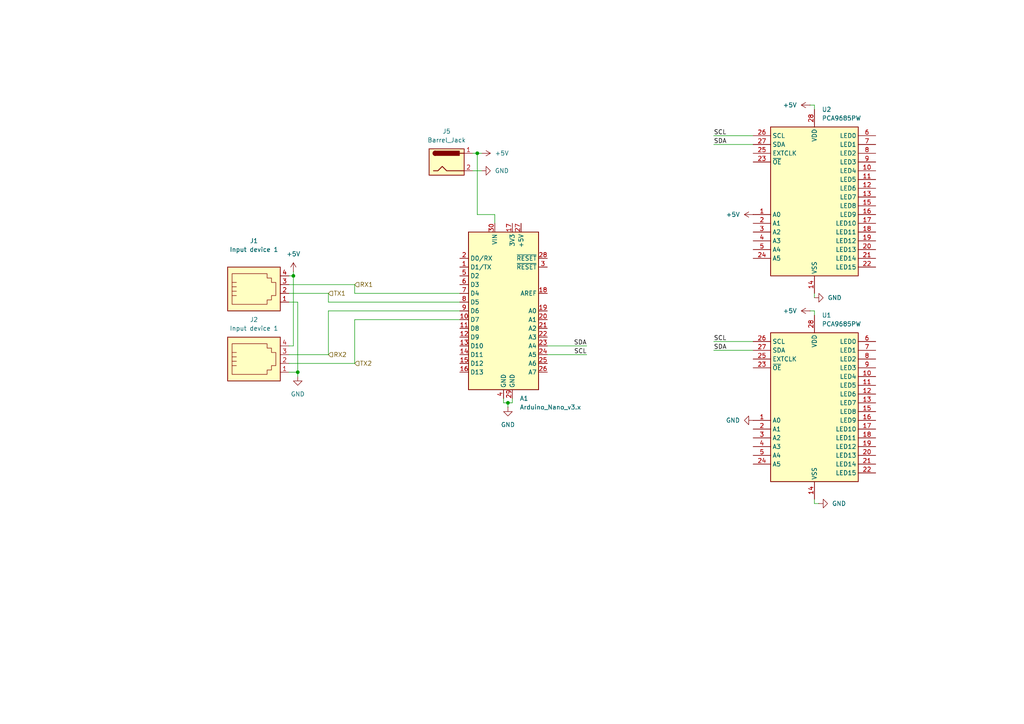
<source format=kicad_sch>
(kicad_sch (version 20250114) (generator "eeschema") (generator_version "9.0")
  (paper "A4")
  (lib_symbols
    (symbol "Connector:Barrel_Jack" (pin_names (offset 1.016))
      (property "Reference" "J" (at 0 5.334 0))
      (property "Value" "Barrel_Jack" (at 0 -5.08 0))
      (symbol "Barrel_Jack_0_1"
        (rectangle (start -5.08 3.81) (end 5.08 -3.81) (stroke (width 0.254)) (fill (type background)))
        (polyline (pts (xy -3.81 -2.54) (xy -2.54 -2.54) (xy -1.27 -1.27) (xy 0 -2.54) (xy 2.54 -2.54) (xy 5.08 -2.54)) (stroke (width 0.254)))
        (arc (start -3.302 1.905) (mid -3.9343 2.54) (end -3.302 3.175) (stroke (width 0.254)))
        (arc (start -3.302 1.905) (mid -3.9343 2.54) (end -3.302 3.175) (stroke (width 0.254)) (fill (type outline)))
        (rectangle (start 3.683 3.175) (end -3.302 1.905) (stroke (width 0.254)) (fill (type outline)))
        (polyline (pts (xy 5.08 2.54) (xy 3.81 2.54)) (stroke (width 0.254)))
      )
      (symbol "Barrel_Jack_1_1"
        (pin passive line (at 7.62 2.54 180) (length 2.54) (name "~") (number "1"))
        (pin passive line (at 7.62 -2.54 180) (length 2.54) (name "~") (number "2"))
      )
    )
    (symbol "Connector:RJ9" (pin_names (offset 1.016))
      (property "Reference" "J" (at -5.08 8.89 0))
      (property "Value" "RJ9" (at 2.54 8.89 0))
      (symbol "RJ9_0_1"
        (polyline (pts (xy -6.35 3.175) (xy -5.08 3.175) (xy -5.08 3.175)))
        (polyline (pts (xy -6.35 1.905) (xy -5.08 1.905) (xy -5.08 1.905)))
        (polyline (pts (xy -6.35 0.635) (xy -5.08 0.635) (xy -5.08 0.635)))
        (polyline (pts (xy -6.35 -0.635) (xy -5.08 -0.635) (xy -5.08 -0.635)))
        (polyline (pts (xy -6.35 -3.175) (xy -6.35 5.715) (xy -1.27 5.715) (xy 3.81 5.715) (xy 3.81 4.445) (xy 5.08 4.445) (xy 5.08 3.175) (xy 6.35 3.175) (xy 6.35 -0.635) (xy 5.08 -0.635) (xy 5.08 -1.905) (xy 3.81 -1.905) (xy 3.81 -3.175) (xy -6.35 -3.175) (xy -6.35 -3.175)))
        (rectangle (start 7.62 7.62) (end -7.62 -5.08) (stroke (width 0.254)) (fill (type background)))
      )
      (symbol "RJ9_1_1"
        (pin passive line (at 10.16 5.08 180) (length 2.54) (name "~") (number "4"))
        (pin passive line (at 10.16 2.54 180) (length 2.54) (name "~") (number "3"))
        (pin passive line (at 10.16 0 180) (length 2.54) (name "~") (number "2"))
        (pin passive line (at 10.16 -2.54 180) (length 2.54) (name "~") (number "1"))
      )
    )
    (symbol "Driver_LED:PCA9685PW"
      (property "Reference" "U" (at -12.7 22.225 0))
      (property "Value" "PCA9685PW" (at 1.27 22.225 0))
      (symbol "PCA9685PW_0_1"
        (rectangle (start -12.7 20.32) (end 12.7 -22.86) (stroke (width 0.254)) (fill (type background)))
      )
      (symbol "PCA9685PW_1_1"
        (pin input line (at -17.78 17.78 0) (length 5.08) (name "SCL") (number "26"))
        (pin bidirectional line (at -17.78 15.24 0) (length 5.08) (name "SDA") (number "27"))
        (pin input line (at -17.78 12.7 0) (length 5.08) (name "EXTCLK") (number "25"))
        (pin input line (at -17.78 10.16 0) (length 5.08) (name "~{OE}") (number "23"))
        (pin input line (at -17.78 -5.08 0) (length 5.08) (name "A0") (number "1"))
        (pin input line (at -17.78 -7.62 0) (length 5.08) (name "A1") (number "2"))
        (pin input line (at -17.78 -10.16 0) (length 5.08) (name "A2") (number "3"))
        (pin input line (at -17.78 -12.7 0) (length 5.08) (name "A3") (number "4"))
        (pin input line (at -17.78 -15.24 0) (length 5.08) (name "A4") (number "5"))
        (pin input line (at -17.78 -17.78 0) (length 5.08) (name "A5") (number "24"))
        (pin power_in line (at 0 25.4 270) (length 5.08) (name "VDD") (number "28"))
        (pin power_in line (at 0 -27.94 90) (length 5.08) (name "VSS") (number "14"))
        (pin output line (at 17.78 17.78 180) (length 5.08) (name "LED0") (number "6"))
        (pin output line (at 17.78 15.24 180) (length 5.08) (name "LED1") (number "7"))
        (pin output line (at 17.78 12.7 180) (length 5.08) (name "LED2") (number "8"))
        (pin output line (at 17.78 10.16 180) (length 5.08) (name "LED3") (number "9"))
        (pin output line (at 17.78 7.62 180) (length 5.08) (name "LED4") (number "10"))
        (pin output line (at 17.78 5.08 180) (length 5.08) (name "LED5") (number "11"))
        (pin output line (at 17.78 2.54 180) (length 5.08) (name "LED6") (number "12"))
        (pin output line (at 17.78 0 180) (length 5.08) (name "LED7") (number "13"))
        (pin output line (at 17.78 -2.54 180) (length 5.08) (name "LED8") (number "15"))
        (pin output line (at 17.78 -5.08 180) (length 5.08) (name "LED9") (number "16"))
        (pin output line (at 17.78 -7.62 180) (length 5.08) (name "LED10") (number "17"))
        (pin output line (at 17.78 -10.16 180) (length 5.08) (name "LED11") (number "18"))
        (pin output line (at 17.78 -12.7 180) (length 5.08) (name "LED12") (number "19"))
        (pin output line (at 17.78 -15.24 180) (length 5.08) (name "LED13") (number "20"))
        (pin output line (at 17.78 -17.78 180) (length 5.08) (name "LED14") (number "21"))
        (pin output line (at 17.78 -20.32 180) (length 5.08) (name "LED15") (number "22"))
      )
    )
    (symbol "MCU_Module:Arduino_Nano_v3.x"
      (property "Reference" "A" (at -10.16 23.495 0))
      (property "Value" "Arduino_Nano_v3.x" (at 5.08 -24.13 0))
      (symbol "Arduino_Nano_v3.x_0_1"
        (rectangle (start -10.16 22.86) (end 10.16 -22.86) (stroke (width 0.254)) (fill (type background)))
      )
      (symbol "Arduino_Nano_v3.x_1_1"
        (pin bidirectional line (at -12.7 15.24 0) (length 2.54) (name "D0/RX") (number "2"))
        (pin bidirectional line (at -12.7 12.7 0) (length 2.54) (name "D1/TX") (number "1"))
        (pin bidirectional line (at -12.7 10.16 0) (length 2.54) (name "D2") (number "5"))
        (pin bidirectional line (at -12.7 7.62 0) (length 2.54) (name "D3") (number "6"))
        (pin bidirectional line (at -12.7 5.08 0) (length 2.54) (name "D4") (number "7"))
        (pin bidirectional line (at -12.7 2.54 0) (length 2.54) (name "D5") (number "8"))
        (pin bidirectional line (at -12.7 0 0) (length 2.54) (name "D6") (number "9"))
        (pin bidirectional line (at -12.7 -2.54 0) (length 2.54) (name "D7") (number "10"))
        (pin bidirectional line (at -12.7 -5.08 0) (length 2.54) (name "D8") (number "11"))
        (pin bidirectional line (at -12.7 -7.62 0) (length 2.54) (name "D9") (number "12"))
        (pin bidirectional line (at -12.7 -10.16 0) (length 2.54) (name "D10") (number "13"))
        (pin bidirectional line (at -12.7 -12.7 0) (length 2.54) (name "D11") (number "14"))
        (pin bidirectional line (at -12.7 -15.24 0) (length 2.54) (name "D12") (number "15"))
        (pin bidirectional line (at -12.7 -17.78 0) (length 2.54) (name "D13") (number "16"))
        (pin power_in line (at -2.54 25.4 270) (length 2.54) (name "VIN") (number "30"))
        (pin power_in line (at 0 -25.4 90) (length 2.54) (name "GND") (number "4"))
        (pin power_out line (at 2.54 25.4 270) (length 2.54) (name "3V3") (number "17"))
        (pin power_in line (at 2.54 -25.4 90) (length 2.54) (name "GND") (number "29"))
        (pin power_out line (at 5.08 25.4 270) (length 2.54) (name "+5V") (number "27"))
        (pin input line (at 12.7 15.24 180) (length 2.54) (name "~{RESET}") (number "28"))
        (pin input line (at 12.7 12.7 180) (length 2.54) (name "~{RESET}") (number "3"))
        (pin input line (at 12.7 5.08 180) (length 2.54) (name "AREF") (number "18"))
        (pin bidirectional line (at 12.7 0 180) (length 2.54) (name "A0") (number "19"))
        (pin bidirectional line (at 12.7 -2.54 180) (length 2.54) (name "A1") (number "20"))
        (pin bidirectional line (at 12.7 -5.08 180) (length 2.54) (name "A2") (number "21"))
        (pin bidirectional line (at 12.7 -7.62 180) (length 2.54) (name "A3") (number "22"))
        (pin bidirectional line (at 12.7 -10.16 180) (length 2.54) (name "A4") (number "23"))
        (pin bidirectional line (at 12.7 -12.7 180) (length 2.54) (name "A5") (number "24"))
        (pin bidirectional line (at 12.7 -15.24 180) (length 2.54) (name "A6") (number "25"))
        (pin bidirectional line (at 12.7 -17.78 180) (length 2.54) (name "A7") (number "26"))
      )
    )
    (symbol "power:+5V" (power) (pin_numbers (hide yes)) (pin_names (offset 0) (hide yes))
      (property "Value" "+5V" (at 0 3.556 0))
      (symbol "+5V_0_1"
        (polyline (pts (xy -0.762 1.27) (xy 0 2.54)))
        (polyline (pts (xy 0 2.54) (xy 0.762 1.27)))
        (polyline (pts (xy 0 0) (xy 0 2.54)))
      )
      (symbol "+5V_1_1"
        (pin power_in line (at 0 0 90) (length 0) (name "~") (number "1"))
      )
    )
    (symbol "power:GND" (power) (pin_numbers (hide yes)) (pin_names (offset 0) (hide yes))
      (property "Value" "GND" (at 0 -3.81 0))
      (symbol "GND_0_1"
        (polyline (pts (xy 0 0) (xy 0 -1.27) (xy 1.27 -1.27) (xy 0 -2.54) (xy -1.27 -1.27) (xy 0 -1.27)))
      )
      (symbol "GND_1_1"
        (pin power_in line (at 0 0 270) (length 0) (name "~") (number "1"))
      )
    )
  )
  (junction (at 147.32 116.84))
  (junction (at 138.43 44.45))
  (junction (at 86.36 107.95))
  (junction (at 85.09 80.01))
  (wire (pts (xy 146.05 116.84) (xy 146.05 115.57)))
  (wire (pts (xy 83.82 107.95) (xy 86.36 107.95)))
  (wire (pts (xy 95.25 87.63) (xy 133.35 87.63)))
  (wire (pts (xy 237.49 146.05) (xy 236.22 146.05)))
  (wire (pts (xy 236.22 91.44) (xy 236.22 90.17)))
  (wire (pts (xy 86.36 87.63) (xy 86.36 107.95)))
  (wire (pts (xy 83.82 87.63) (xy 86.36 87.63)))
  (wire (pts (xy 147.32 118.11) (xy 147.32 116.84)))
  (wire (pts (xy 86.36 107.95) (xy 86.36 109.22)))
  (wire (pts (xy 83.82 85.09) (xy 95.25 85.09)))
  (wire (pts (xy 85.09 100.33) (xy 83.82 100.33)))
  (wire (pts (xy 236.22 146.05) (xy 236.22 144.78)))
  (wire (pts (xy 95.25 102.87) (xy 95.25 90.17)))
  (wire (pts (xy 95.25 85.09) (xy 95.25 87.63)))
  (wire (pts (xy 236.22 30.48) (xy 236.22 31.75)))
  (wire (pts (xy 85.09 78.74) (xy 85.09 80.01)))
  (wire (pts (xy 147.32 116.84) (xy 148.59 116.84)))
  (wire (pts (xy 138.43 44.45) (xy 138.43 62.23)))
  (wire (pts (xy 236.22 86.36) (xy 236.22 85.09)))
  (wire (pts (xy 83.82 105.41) (xy 102.87 105.41)))
  (wire (pts (xy 138.43 44.45) (xy 139.7 44.45)))
  (wire (pts (xy 95.25 90.17) (xy 133.35 90.17)))
  (wire (pts (xy 85.09 80.01) (xy 83.82 80.01)))
  (wire (pts (xy 218.44 41.91) (xy 207.01 41.91)))
  (wire (pts (xy 148.59 116.84) (xy 148.59 115.57)))
  (wire (pts (xy 218.44 39.37) (xy 207.01 39.37)))
  (wire (pts (xy 85.09 80.01) (xy 85.09 100.33)))
  (wire (pts (xy 137.16 44.45) (xy 138.43 44.45)))
  (wire (pts (xy 236.22 90.17) (xy 234.95 90.17)))
  (wire (pts (xy 102.87 82.55) (xy 102.87 85.09)))
  (wire (pts (xy 234.95 30.48) (xy 236.22 30.48)))
  (wire (pts (xy 102.87 85.09) (xy 133.35 85.09)))
  (wire (pts (xy 138.43 62.23) (xy 143.51 62.23)))
  (wire (pts (xy 158.75 100.33) (xy 170.18 100.33)))
  (wire (pts (xy 137.16 49.53) (xy 139.7 49.53)))
  (wire (pts (xy 218.44 101.6) (xy 207.01 101.6)))
  (wire (pts (xy 102.87 92.71) (xy 133.35 92.71)))
  (wire (pts (xy 143.51 62.23) (xy 143.51 64.77)))
  (wire (pts (xy 102.87 92.71) (xy 102.87 105.41)))
  (wire (pts (xy 83.82 102.87) (xy 95.25 102.87)))
  (wire (pts (xy 218.44 99.06) (xy 207.01 99.06)))
  (wire (pts (xy 147.32 116.84) (xy 146.05 116.84)))
  (wire (pts (xy 83.82 82.55) (xy 102.87 82.55)))
  (wire (pts (xy 158.75 102.87) (xy 170.18 102.87)))
  (label "SDA" (at 207.01 101.6 0))
  (label "SCL" (at 207.01 99.06 0))
  (label "SDA" (at 170.18 100.33 180))
  (label "SCL" (at 170.18 102.87 180))
  (label "SDA" (at 207.01 41.91 0))
  (label "SCL" (at 207.01 39.37 0))
  (hierarchical_label "RX2" (shape input) (at 95.25 102.87 0))
  (hierarchical_label "RX1" (shape input) (at 102.87 82.55 0))
  (hierarchical_label "TX2" (shape input) (at 102.87 105.41 0))
  (hierarchical_label "TX1" (shape input) (at 95.25 85.09 0))
  (symbol (lib_id "Driver_LED:PCA9685PW") (at 236.22 116.84 0) (unit 1)
    (property "Reference" "U1" (at 238.3633 91.44 0) (effects (justify left)))
    (property "Value" "PCA9685PW" (at 238.3633 93.98 0) (effects (justify left)))
    (property "Footprint" "Package_SO:TSSOP-28_4.4x9.7mm_P0.65mm" (effects (hide yes)))
    (property "Datasheet" "http://www.nxp.com/docs/en/data-sheet/PCA9685.pdf" (effects (hide yes)))
    (property "Description" "16-channel 12-bit PWM Fm+ I2C-bus LED controller RGBA TSSOP" (effects (hide yes)))
  )
  (symbol (lib_id "Connector:RJ9") (at 73.66 85.09 0) (unit 1)
    (property "Reference" "J1" (at 73.66 69.85 0))
    (property "Value" "Input device 1" (at 73.66 72.39 0))
    (property "Footprint" "Connector_RJ:RJ9_Evercom_5301-440xxx_Horizontal" (effects (hide yes)))
    (property "Description" "RJ connector, 4P4C (4 positions 4 connected)" (effects (hide yes)))
  )
  (symbol (lib_id "power:GND") (at 237.49 146.05 90) (unit 1)
    (property "Reference" "#PWR018" (effects (hide yes)))
    (property "Value" "GND" (at 241.3 146.0499 90) (effects (justify right)))
    (property "Description" "Power symbol creates a global label with name \"GND\" , ground" (effects (hide yes)))
  )
  (symbol (lib_id "power:+5V") (at 234.95 90.17 90) (unit 1)
    (property "Reference" "#PWR016" (effects (hide yes)))
    (property "Value" "+5V" (at 231.14 90.1699 90) (effects (justify left)))
    (property "Description" "Power symbol creates a global label with name \"+5V\"" (effects (hide yes)))
  )
  (symbol (lib_id "MCU_Module:Arduino_Nano_v3.x") (at 146.05 90.17 0) (unit 1)
    (property "Reference" "A1" (at 150.7333 115.57 0) (effects (justify left)))
    (property "Value" "Arduino_Nano_v3.x" (at 150.7333 118.11 0) (effects (justify left)))
    (property "Footprint" "Module:Arduino_Nano" (effects (hide yes)))
    (property "Datasheet" "http://www.mouser.com/pdfdocs/Gravitech_Arduino_Nano3_0.pdf" (effects (hide yes)))
    (property "Description" "Arduino Nano v3.x" (effects (hide yes)))
  )
  (symbol (lib_id "Connector:RJ9") (at 73.66 105.41 0) (unit 1)
    (property "Reference" "J2" (at 73.66 92.71 0))
    (property "Value" "Input device 1" (at 73.66 95.25 0))
    (property "Footprint" "Connector_RJ:RJ9_Evercom_5301-440xxx_Horizontal" (effects (hide yes)))
    (property "Description" "RJ connector, 4P4C (4 positions 4 connected)" (effects (hide yes)))
  )
  (symbol (lib_id "power:GND") (at 147.32 118.11 0) (unit 1)
    (property "Reference" "#PWR012" (effects (hide yes)))
    (property "Value" "GND" (at 147.32 123.19 0))
    (property "Description" "Power symbol creates a global label with name \"GND\" , ground" (effects (hide yes)))
  )
  (symbol (lib_id "Driver_LED:PCA9685PW") (at 236.22 57.15 0) (unit 1)
    (property "Reference" "U2" (at 238.3633 31.75 0) (effects (justify left)))
    (property "Value" "PCA9685PW" (at 238.3633 34.29 0) (effects (justify left)))
    (property "Footprint" "Package_SO:TSSOP-28_4.4x9.7mm_P0.65mm" (effects (hide yes)))
    (property "Datasheet" "http://www.nxp.com/docs/en/data-sheet/PCA9685.pdf" (effects (hide yes)))
    (property "Description" "16-channel 12-bit PWM Fm+ I2C-bus LED controller RGBA TSSOP" (effects (hide yes)))
  )
  (symbol (lib_id "power:GND") (at 139.7 49.53 90) (unit 1)
    (property "Reference" "#PWR09" (effects (hide yes)))
    (property "Value" "GND" (at 143.51 49.5299 90) (effects (justify right)))
    (property "Description" "Power symbol creates a global label with name \"GND\" , ground" (effects (hide yes)))
  )
  (symbol (lib_id "power:GND") (at 86.36 109.22 0) (unit 1)
    (property "Reference" "#PWR02" (effects (hide yes)))
    (property "Value" "GND" (at 86.36 114.3 0))
    (property "Description" "Power symbol creates a global label with name \"GND\" , ground" (effects (hide yes)))
  )
  (symbol (lib_id "Connector:Barrel_Jack") (at 129.54 46.99 0) (unit 1)
    (property "Reference" "J5" (at 129.54 38.1 0))
    (property "Value" "Barrel_Jack" (at 129.54 40.64 0))
    (property "Description" "DC Barrel Jack" (effects (hide yes)))
  )
  (symbol (lib_id "power:+5V") (at 234.95 30.48 90) (unit 1)
    (property "Reference" "#PWR017" (effects (hide yes)))
    (property "Value" "+5V" (at 231.14 30.4799 90) (effects (justify left)))
    (property "Description" "Power symbol creates a global label with name \"+5V\"" (effects (hide yes)))
  )
  (symbol (lib_id "power:+5V") (at 139.7 44.45 270) (unit 1)
    (property "Reference" "#PWR011" (effects (hide yes)))
    (property "Value" "+5V" (at 143.51 44.4499 90) (effects (justify left)))
    (property "Description" "Power symbol creates a global label with name \"+5V\"" (effects (hide yes)))
  )
  (symbol (lib_id "power:GND") (at 236.22 86.36 90) (unit 1)
    (property "Reference" "#PWR015" (effects (hide yes)))
    (property "Value" "GND" (at 240.03 86.3599 90) (effects (justify right)))
    (property "Description" "Power symbol creates a global label with name \"GND\" , ground" (effects (hide yes)))
  )
  (symbol (lib_id "power:GND") (at 218.44 121.92 270) (unit 1)
    (property "Reference" "#PWR013" (effects (hide yes)))
    (property "Value" "GND" (at 214.63 121.9199 90) (effects (justify right)))
    (property "Description" "Power symbol creates a global label with name \"GND\" , ground" (effects (hide yes)))
  )
  (symbol (lib_id "power:+5V") (at 85.09 78.74 0) (unit 1)
    (property "Reference" "#PWR01" (effects (hide yes)))
    (property "Value" "+5V" (at 85.09 73.66 0))
    (property "Description" "Power symbol creates a global label with name \"+5V\"" (effects (hide yes)))
  )
  (symbol (lib_id "power:+5V") (at 218.44 62.23 90) (unit 1)
    (property "Reference" "#PWR014" (effects (hide yes)))
    (property "Value" "+5V" (at 214.63 62.2299 90) (effects (justify left)))
    (property "Description" "Power symbol creates a global label with name \"+5V\"" (effects (hide yes)))
  )
)
</source>
